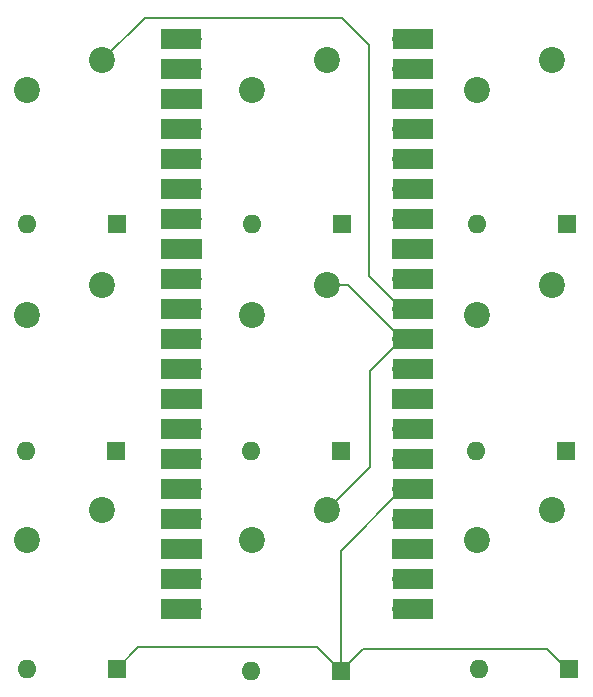
<source format=gbr>
%TF.GenerationSoftware,KiCad,Pcbnew,8.0.3*%
%TF.CreationDate,2024-08-31T16:39:54+01:00*%
%TF.ProjectId,macropad,6d616372-6f70-4616-942e-6b696361645f,rev?*%
%TF.SameCoordinates,Original*%
%TF.FileFunction,Copper,L2,Bot*%
%TF.FilePolarity,Positive*%
%FSLAX46Y46*%
G04 Gerber Fmt 4.6, Leading zero omitted, Abs format (unit mm)*
G04 Created by KiCad (PCBNEW 8.0.3) date 2024-08-31 16:39:54*
%MOMM*%
%LPD*%
G01*
G04 APERTURE LIST*
%TA.AperFunction,ComponentPad*%
%ADD10C,2.200000*%
%TD*%
%TA.AperFunction,ComponentPad*%
%ADD11R,1.600000X1.600000*%
%TD*%
%TA.AperFunction,ComponentPad*%
%ADD12O,1.600000X1.600000*%
%TD*%
%TA.AperFunction,ComponentPad*%
%ADD13O,1.700000X1.700000*%
%TD*%
%TA.AperFunction,SMDPad,CuDef*%
%ADD14R,3.500000X1.700000*%
%TD*%
%TA.AperFunction,ComponentPad*%
%ADD15R,1.700000X1.700000*%
%TD*%
%TA.AperFunction,Conductor*%
%ADD16C,0.200000*%
%TD*%
G04 APERTURE END LIST*
D10*
%TO.P,SW5,1,1*%
%TO.N,Col1*%
X69050000Y-69050000D03*
%TO.P,SW5,2,2*%
%TO.N,Net-(D5-A)*%
X62700000Y-71590000D03*
%TD*%
D11*
%TO.P,D3,1,K*%
%TO.N,Row0*%
X89320000Y-63900000D03*
D12*
%TO.P,D3,2,A*%
%TO.N,Net-(D3-A)*%
X81700000Y-63900000D03*
%TD*%
D10*
%TO.P,SW2,1,1*%
%TO.N,Col1*%
X69050000Y-50000000D03*
%TO.P,SW2,2,2*%
%TO.N,Net-(D2-A)*%
X62700000Y-52540000D03*
%TD*%
D11*
%TO.P,D4,1,K*%
%TO.N,Row1*%
X51160000Y-83100000D03*
D12*
%TO.P,D4,2,A*%
%TO.N,Net-(D4-A)*%
X43540000Y-83100000D03*
%TD*%
D10*
%TO.P,SW6,1,1*%
%TO.N,Col2*%
X88100000Y-69050000D03*
%TO.P,SW6,2,2*%
%TO.N,Net-(D6-A)*%
X81750000Y-71590000D03*
%TD*%
%TO.P,SW8,1,1*%
%TO.N,Col1*%
X69050000Y-88100000D03*
%TO.P,SW8,2,2*%
%TO.N,Net-(D8-A)*%
X62700000Y-90640000D03*
%TD*%
%TO.P,SW9,1,1*%
%TO.N,Col2*%
X88100000Y-88100000D03*
%TO.P,SW9,2,2*%
%TO.N,Net-(D9-A)*%
X81750000Y-90640000D03*
%TD*%
%TO.P,SW7,1,1*%
%TO.N,Col0*%
X50000000Y-88100000D03*
%TO.P,SW7,2,2*%
%TO.N,Net-(D7-A)*%
X43650000Y-90640000D03*
%TD*%
D11*
%TO.P,D7,1,K*%
%TO.N,Row2*%
X51260000Y-101500000D03*
D12*
%TO.P,D7,2,A*%
%TO.N,Net-(D7-A)*%
X43640000Y-101500000D03*
%TD*%
D11*
%TO.P,D6,1,K*%
%TO.N,Row1*%
X89260000Y-83100000D03*
D12*
%TO.P,D6,2,A*%
%TO.N,Net-(D6-A)*%
X81640000Y-83100000D03*
%TD*%
D11*
%TO.P,D2,1,K*%
%TO.N,Row0*%
X70270000Y-63900000D03*
D12*
%TO.P,D2,2,A*%
%TO.N,Net-(D2-A)*%
X62650000Y-63900000D03*
%TD*%
D11*
%TO.P,D9,1,K*%
%TO.N,Row2*%
X89570000Y-101500000D03*
D12*
%TO.P,D9,2,A*%
%TO.N,Net-(D9-A)*%
X81950000Y-101500000D03*
%TD*%
D10*
%TO.P,SW1,1,1*%
%TO.N,Col0*%
X50000000Y-50000000D03*
%TO.P,SW1,2,2*%
%TO.N,Net-(D1-A)*%
X43650000Y-52540000D03*
%TD*%
%TO.P,SW4,1,1*%
%TO.N,Col0*%
X50000000Y-69050000D03*
%TO.P,SW4,2,2*%
%TO.N,Net-(D4-A)*%
X43650000Y-71590000D03*
%TD*%
D11*
%TO.P,D5,1,K*%
%TO.N,Row1*%
X70210000Y-83100000D03*
D12*
%TO.P,D5,2,A*%
%TO.N,Net-(D5-A)*%
X62590000Y-83100000D03*
%TD*%
D11*
%TO.P,D8,1,K*%
%TO.N,Row2*%
X70210000Y-101700000D03*
D12*
%TO.P,D8,2,A*%
%TO.N,Net-(D8-A)*%
X62590000Y-101700000D03*
%TD*%
D10*
%TO.P,SW3,1,1*%
%TO.N,Col2*%
X88100000Y-50000000D03*
%TO.P,SW3,2,2*%
%TO.N,Net-(D3-A)*%
X81750000Y-52540000D03*
%TD*%
D11*
%TO.P,D1,1,K*%
%TO.N,Row0*%
X51220000Y-63900000D03*
D12*
%TO.P,D1,2,A*%
%TO.N,Net-(D1-A)*%
X43600000Y-63900000D03*
%TD*%
D13*
%TO.P,U1,1,GPIO0*%
%TO.N,unconnected-(U1-GPIO0-Pad1)*%
X75400000Y-48220000D03*
D14*
X76300000Y-48220000D03*
D13*
%TO.P,U1,2,GPIO1*%
%TO.N,unconnected-(U1-GPIO1-Pad2)*%
X75400000Y-50760000D03*
D14*
X76300000Y-50760000D03*
D15*
%TO.P,U1,3,GND*%
%TO.N,unconnected-(U1-GND-Pad3)*%
X75400000Y-53300000D03*
D14*
X76300000Y-53300000D03*
D13*
%TO.P,U1,4,GPIO2*%
%TO.N,unconnected-(U1-GPIO2-Pad4)*%
X75400000Y-55840000D03*
D14*
X76300000Y-55840000D03*
D13*
%TO.P,U1,5,GPIO3*%
%TO.N,unconnected-(U1-GPIO3-Pad5)*%
X75400000Y-58380000D03*
D14*
X76300000Y-58380000D03*
D13*
%TO.P,U1,6,GPIO4*%
%TO.N,unconnected-(U1-GPIO4-Pad6)*%
X75400000Y-60920000D03*
D14*
X76300000Y-60920000D03*
D13*
%TO.P,U1,7,GPIO5*%
%TO.N,unconnected-(U1-GPIO5-Pad7)*%
X75400000Y-63460000D03*
D14*
X76300000Y-63460000D03*
D15*
%TO.P,U1,8,GND*%
%TO.N,unconnected-(U1-GND-Pad8)*%
X75400000Y-66000000D03*
D14*
X76300000Y-66000000D03*
D13*
%TO.P,U1,9,GPIO6*%
%TO.N,unconnected-(U1-GPIO6-Pad9)*%
X75400000Y-68540000D03*
D14*
X76300000Y-68540000D03*
D13*
%TO.P,U1,10,GPIO7*%
%TO.N,Col0*%
X75400000Y-71080000D03*
D14*
X76300000Y-71080000D03*
D13*
%TO.P,U1,11,GPIO8*%
%TO.N,Col1*%
X75400000Y-73620000D03*
D14*
X76300000Y-73620000D03*
D13*
%TO.P,U1,12,GPIO9*%
%TO.N,Col2*%
X75400000Y-76160000D03*
D14*
X76300000Y-76160000D03*
D15*
%TO.P,U1,13,GND*%
%TO.N,unconnected-(U1-GND-Pad13)*%
X75400000Y-78700000D03*
D14*
X76300000Y-78700000D03*
D13*
%TO.P,U1,14,GPIO10*%
%TO.N,Row0*%
X75400000Y-81240000D03*
D14*
X76300000Y-81240000D03*
D13*
%TO.P,U1,15,GPIO11*%
%TO.N,Row1*%
X75400000Y-83780000D03*
D14*
X76300000Y-83780000D03*
D13*
%TO.P,U1,16,GPIO12*%
%TO.N,Row2*%
X75400000Y-86320000D03*
D14*
X76300000Y-86320000D03*
D13*
%TO.P,U1,17,GPIO13*%
%TO.N,unconnected-(U1-GPIO13-Pad17)*%
X75400000Y-88860000D03*
D14*
X76300000Y-88860000D03*
D15*
%TO.P,U1,18,GND*%
%TO.N,unconnected-(U1-GND-Pad18)*%
X75400000Y-91400000D03*
D14*
X76300000Y-91400000D03*
D13*
%TO.P,U1,19,GPIO14*%
%TO.N,unconnected-(U1-GPIO14-Pad19)*%
X75400000Y-93940000D03*
D14*
X76300000Y-93940000D03*
D13*
%TO.P,U1,20,GPIO15*%
%TO.N,unconnected-(U1-GPIO15-Pad20)*%
X75400000Y-96480000D03*
D14*
X76300000Y-96480000D03*
D13*
%TO.P,U1,21,GPIO16*%
%TO.N,unconnected-(U1-GPIO16-Pad21)*%
X57620000Y-96480000D03*
D14*
X56720000Y-96480000D03*
D13*
%TO.P,U1,22,GPIO17*%
%TO.N,unconnected-(U1-GPIO17-Pad22)*%
X57620000Y-93940000D03*
D14*
X56720000Y-93940000D03*
D15*
%TO.P,U1,23,GND*%
%TO.N,unconnected-(U1-GND-Pad23)*%
X57620000Y-91400000D03*
D14*
X56720000Y-91400000D03*
D13*
%TO.P,U1,24,GPIO18*%
%TO.N,unconnected-(U1-GPIO18-Pad24)*%
X57620000Y-88860000D03*
D14*
X56720000Y-88860000D03*
D13*
%TO.P,U1,25,GPIO19*%
%TO.N,unconnected-(U1-GPIO19-Pad25)*%
X57620000Y-86320000D03*
D14*
X56720000Y-86320000D03*
D13*
%TO.P,U1,26,GPIO20*%
%TO.N,unconnected-(U1-GPIO20-Pad26)*%
X57620000Y-83780000D03*
D14*
X56720000Y-83780000D03*
D13*
%TO.P,U1,27,GPIO21*%
%TO.N,unconnected-(U1-GPIO21-Pad27)*%
X57620000Y-81240000D03*
D14*
X56720000Y-81240000D03*
D15*
%TO.P,U1,28,GND*%
%TO.N,unconnected-(U1-GND-Pad28)*%
X57620000Y-78700000D03*
D14*
X56720000Y-78700000D03*
D13*
%TO.P,U1,29,GPIO22*%
%TO.N,unconnected-(U1-GPIO22-Pad29)*%
X57620000Y-76160000D03*
D14*
X56720000Y-76160000D03*
D13*
%TO.P,U1,30,RUN*%
%TO.N,unconnected-(U1-RUN-Pad30)*%
X57620000Y-73620000D03*
D14*
X56720000Y-73620000D03*
D13*
%TO.P,U1,31,GPIO26_ADC0*%
%TO.N,unconnected-(U1-GPIO26_ADC0-Pad31)*%
X57620000Y-71080000D03*
D14*
X56720000Y-71080000D03*
D13*
%TO.P,U1,32,GPIO27_ADC1*%
%TO.N,unconnected-(U1-GPIO27_ADC1-Pad32)*%
X57620000Y-68540000D03*
D14*
X56720000Y-68540000D03*
D15*
%TO.P,U1,33,AGND*%
%TO.N,unconnected-(U1-AGND-Pad33)*%
X57620000Y-66000000D03*
D14*
X56720000Y-66000000D03*
D13*
%TO.P,U1,34,GPIO28_ADC2*%
%TO.N,unconnected-(U1-GPIO28_ADC2-Pad34)*%
X57620000Y-63460000D03*
D14*
X56720000Y-63460000D03*
D13*
%TO.P,U1,35,ADC_VREF*%
%TO.N,unconnected-(U1-ADC_VREF-Pad35)*%
X57620000Y-60920000D03*
D14*
X56720000Y-60920000D03*
D13*
%TO.P,U1,36,3V3*%
%TO.N,unconnected-(U1-3V3-Pad36)*%
X57620000Y-58380000D03*
D14*
X56720000Y-58380000D03*
D13*
%TO.P,U1,37,3V3_EN*%
%TO.N,unconnected-(U1-3V3_EN-Pad37)*%
X57620000Y-55840000D03*
D14*
X56720000Y-55840000D03*
D15*
%TO.P,U1,38,GND*%
%TO.N,unconnected-(U1-GND-Pad38)*%
X57620000Y-53300000D03*
D14*
X56720000Y-53300000D03*
D13*
%TO.P,U1,39,VSYS*%
%TO.N,unconnected-(U1-VSYS-Pad39)*%
X57620000Y-50760000D03*
D14*
X56720000Y-50760000D03*
D13*
%TO.P,U1,40,VBUS*%
%TO.N,unconnected-(U1-VBUS-Pad40)*%
X57620000Y-48220000D03*
D14*
X56720000Y-48220000D03*
%TD*%
D16*
%TO.N,Row2*%
X68210000Y-99700000D02*
X70210000Y-101700000D01*
X53060000Y-99700000D02*
X68210000Y-99700000D01*
X51260000Y-101500000D02*
X53060000Y-99700000D01*
X70210000Y-91510000D02*
X75400000Y-86320000D01*
X70210000Y-101700000D02*
X70210000Y-91510000D01*
%TO.N,Col1*%
X72700000Y-76320000D02*
X75400000Y-73620000D01*
X72700000Y-84450000D02*
X72700000Y-76320000D01*
X69050000Y-88100000D02*
X72700000Y-84450000D01*
%TO.N,Row2*%
X72110000Y-99800000D02*
X70210000Y-101700000D01*
X87670000Y-99800000D02*
X72110000Y-99800000D01*
X89570000Y-101700000D02*
X87670000Y-99800000D01*
%TO.N,Col1*%
X69050000Y-69050000D02*
X70830000Y-69050000D01*
X70830000Y-69050000D02*
X75400000Y-73620000D01*
%TO.N,Col0*%
X72600000Y-68280000D02*
X75400000Y-71080000D01*
X72600000Y-48700000D02*
X72600000Y-68280000D01*
X53600000Y-46400000D02*
X70300000Y-46400000D01*
X50000000Y-50000000D02*
X53600000Y-46400000D01*
X70300000Y-46400000D02*
X72600000Y-48700000D01*
%TD*%
M02*

</source>
